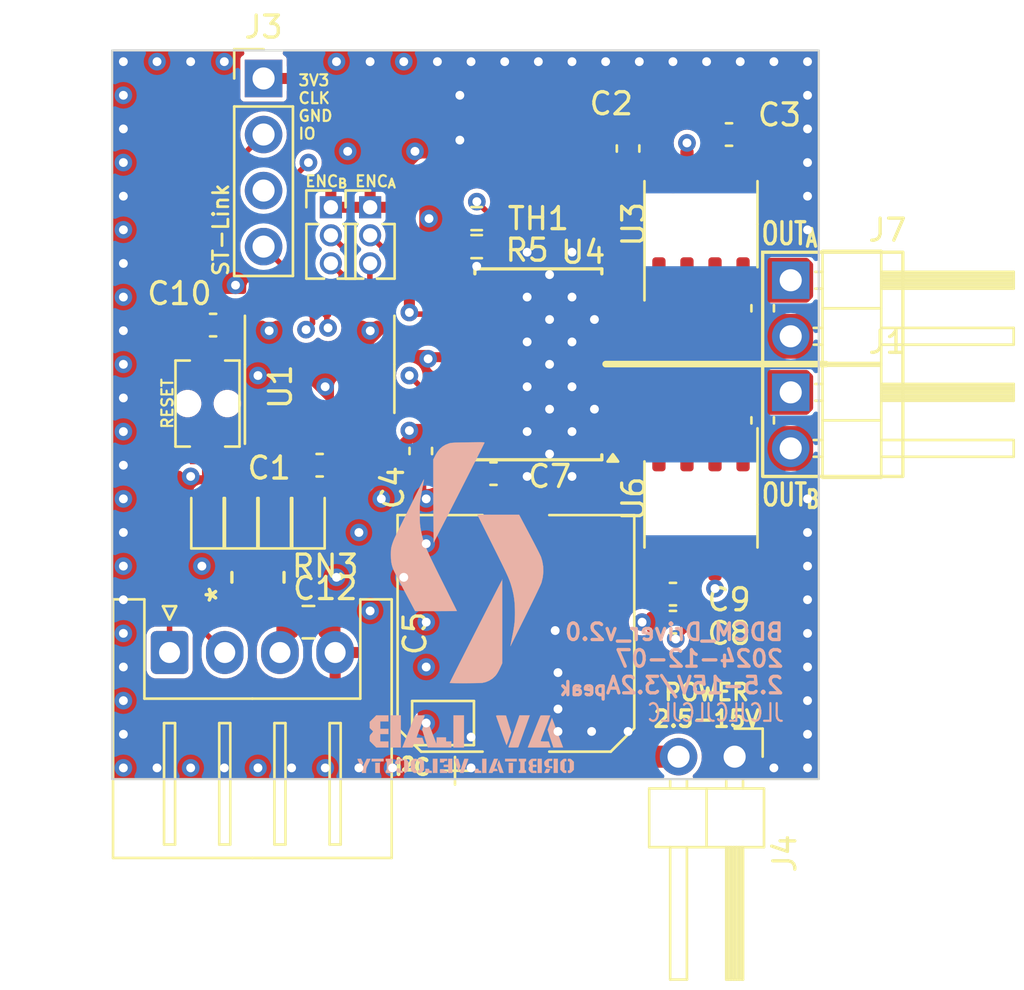
<source format=kicad_pcb>
(kicad_pcb (version 20240108) (generator "pcbnew") (generator_version "8.0")
  (layers (0 "F.Cu" signal) (1 "In1.Cu" signal) (2 "In2.Cu" signal) (31 "B.Cu" signal) (34 "B.Paste" user) (35 "F.Paste" user) (36 "B.SilkS" user "B.Silkscreen") (37 "F.SilkS" user "F.Silkscreen") (38 "B.Mask" user) (39 "F.Mask" user) (44 "Edge.Cuts" user))
  (net 0 "")
  (net 1 "+3V3")
  (net 2 "GND")
  (net 3 "Net-(U3-FILTER)")
  (net 4 "Vdrive")
  (net 5 "GNDPWR")
  (net 6 "ENC_{1A}")
  (net 7 "ENC_{1B}")
  (net 8 "SWDCLK")
  (net 9 "SWDIO")
  (net 10 "I^{2}C_{SCL}")
  (net 11 "I^{2}C_{SDA}")
  (net 12 "Net-(U6-FILTER)")
  (net 13 "Net-(D1-K)")
  (net 14 "LED_{1}")
  (net 15 "Net-(D2-K)")
  (net 16 "LED_{2}")
  (net 17 "Net-(D4-K)")
  (net 18 "Net-(D5-K)")
  (net 19 "ENC_{2A}")
  (net 20 "ENC_{2B}")
  (net 21 "OUT_A_{1}")
  (net 22 "OUT_B_{1}'")
  (net 23 "Current_{1}")
  (net 24 "Current_{2}")
  (net 25 "TEMP")
  (net 26 "PWM_{1B}")
  (net 27 "PWM_{1A}")
  (net 28 "PWM_{2A}")
  (net 29 "OUT_B_{2}")
  (net 30 "PWM_{2B}")
  (net 31 "OUT_A_{2}")
  (net 32 "Net-(U1-PF2)")
  (net 33 "OUT_B_{1}")
  (net 34 "OUT_A_{1}'")
  (footprint "Connector_PinHeader_1.27mm:PinHeader_1x03_P1.27mm_Vertical" (layer "F.Cu") (at 158.75 115.057)
    (property "Reference" "J2" (hide yes))
    (property "Value" "Encoder")
    (pad "1" thru_hole rect (at 0 0) (size 1 1) (drill 0.65) (layers "*.Cu" "*.Mask") (net 2 "GND"))
    (pad "2" thru_hole oval (at 0 1.27) (size 1 1) (drill 0.65) (layers "*.Cu" "*.Mask") (net 6 "ENC_{1A}"))
    (pad "3" thru_hole oval (at 0 2.54) (size 1 1) (drill 0.65) (layers "*.Cu" "*.Mask") (net 7 "ENC_{1B}"))
  )
  (footprint "Capacitor_SMD:C_0603_1608Metric" (layer "F.Cu") (at 176.53 124.714 -90)
    (property "Reference" "C6" (hide yes))
    (property "Value" "0.1u")
    (pad "1" smd roundrect (at -0.775 0 270) (size 0.9 0.95) (layers "F.Cu" "F.Paste" "F.Mask") (net 31 "OUT_A_{2}"))
    (pad "2" smd roundrect (at 0.775 0 270) (size 0.9 0.95) (layers "F.Cu" "F.Paste" "F.Mask") (net 34 "OUT_A_{1}'"))
  )
  (footprint "Resistor_SMD:R_0603_1608Metric" (layer "F.Cu") (at 163.576 116.84)
    (property "Reference" "TH1" (at 2.794 -1.27 0) (layer "F.SilkS"))
    (property "Value" "10k")
    (pad "1" smd roundrect (at -0.825 0) (size 0.8 0.95) (layers "F.Cu" "F.Paste" "F.Mask") (net 1 "+3V3"))
    (pad "2" smd roundrect (at 0.825 0) (size 0.8 0.95) (layers "F.Cu" "F.Paste" "F.Mask") (net 25 "TEMP"))
  )
  (footprint "Resistor_SMD:R_0603_1608Metric" (layer "F.Cu") (at 163.576 115.57 180)
    (property "Reference" "R5" (at -2.286 -1.43 0) (layer "F.SilkS"))
    (property "Value" "10k")
    (pad "1" smd roundrect (at -0.825 0 180) (size 0.8 0.95) (layers "F.Cu" "F.Paste" "F.Mask") (net 25 "TEMP"))
    (pad "2" smd roundrect (at 0.825 0 180) (size 0.8 0.95) (layers "F.Cu" "F.Paste" "F.Mask") (net 2 "GND"))
  )
  (footprint "Package_SO:TSSOP-20_4.4x6.5mm_P0.65mm" (layer "F.Cu") (at 156.464 122.174 90)
    (property "Reference" "U1" (at -1.016 -1.778 90) (layer "F.SilkS"))
    (property "Value" "STM32C011F4Px")
    (pad "1" smd roundrect (at -2.8625 -2.925 90) (size 1.475 0.4) (layers "F.Cu" "F.Paste" "F.Mask") (net 11 "I^{2}C_{SDA}"))
    (pad "2" smd roundrect (at -2.8625 -2.275 90) (size 1.475 0.4) (layers "F.Cu" "F.Paste" "F.Mask") (net 14 "LED_{1}"))
    (pad "3" smd roundrect (at -2.8625 -1.625 90) (size 1.475 0.4) (layers "F.Cu" "F.Paste" "F.Mask") (net 16 "LED_{2}"))
    (pad "4" smd roundrect (at -2.8625 -0.975 90) (size 1.475 0.4) (layers "F.Cu" "F.Paste" "F.Mask") (net 1 "+3V3"))
    (pad "5" smd roundrect (at -2.8625 -0.325 90) (size 1.475 0.4) (layers "F.Cu" "F.Paste" "F.Mask") (net 2 "GND"))
    (pad "6" smd roundrect (at -2.8625 0.325 90) (size 1.475 0.4) (layers "F.Cu" "F.Paste" "F.Mask") (net 32 "Net-(U1-PF2)"))
    (pad "7" smd roundrect (at -2.8625 0.975 90) (size 1.475 0.4) (layers "F.Cu" "F.Paste" "F.Mask") (net 30 "PWM_{2B}"))
    (pad "8" smd roundrect (at -2.8625 1.625 90) (size 1.475 0.4) (layers "F.Cu" "F.Paste" "F.Mask") (net 28 "PWM_{2A}"))
    (pad "9" smd roundrect (at -2.8625 2.275 90) (size 1.475 0.4) (layers "F.Cu" "F.Paste" "F.Mask") (net 27 "PWM_{1A}"))
    (pad "10" smd roundrect (at -2.8625 2.925 90) (size 1.475 0.4) (layers "F.Cu" "F.Paste" "F.Mask") (net 26 "PWM_{1B}"))
    (pad "11" smd roundrect (at 2.8625 2.925 90) (size 1.475 0.4) (layers "F.Cu" "F.Paste" "F.Mask") (net 6 "ENC_{1A}"))
    (pad "12" smd roundrect (at 2.8625 2.275 90) (size 1.475 0.4) (layers "F.Cu" "F.Paste" "F.Mask") (net 7 "ENC_{1B}"))
    (pad "13" smd roundrect (at 2.8625 1.625 90) (size 1.475 0.4) (layers "F.Cu" "F.Paste" "F.Mask") (net 19 "ENC_{2A}"))
    (pad "14" smd roundrect (at 2.8625 0.975 90) (size 1.475 0.4) (layers "F.Cu" "F.Paste" "F.Mask") (net 20 "ENC_{2B}"))
    (pad "15" smd roundrect (at 2.8625 0.325 90) (size 1.475 0.4) (layers "F.Cu" "F.Paste" "F.Mask") (net 25 "TEMP"))
    (pad "16" smd roundrect (at 2.8625 -0.325 90) (size 1.475 0.4) (layers "F.Cu" "F.Paste" "F.Mask") (net 23 "Current_{1}"))
    (pad "17" smd roundrect (at 2.8625 -0.975 90) (size 1.475 0.4) (layers "F.Cu" "F.Paste" "F.Mask") (net 24 "Current_{2}"))
    (pad "18" smd roundrect (at 2.8625 -1.625 90) (size 1.475 0.4) (layers "F.Cu" "F.Paste" "F.Mask") (net 9 "SWDIO"))
    (pad "19" smd roundrect (at 2.8625 -2.275 90) (size 1.475 0.4) (layers "F.Cu" "F.Paste" "F.Mask") (net 8 "SWDCLK"))
    (pad "20" smd roundrect (at 2.8625 -2.925 90) (size 1.475 0.4) (layers "F.Cu" "F.Paste" "F.Mask") (net 10 "I^{2}C_{SCL}"))
  )
  (footprint "LED_SMD:LED_0603_1608Metric" (layer "F.Cu") (at 151.384 129.032 90)
    (property "Reference" "D5" (hide yes))
    (property "Value" "LED")
    (pad "1" smd roundrect (at -0.7875 0 90) (size 0.875 0.95) (layers "F.Cu" "F.Paste" "F.Mask") (net 18 "Net-(D5-K)"))
    (pad "2" smd roundrect (at 0.7875 0 90) (size 0.875 0.95) (layers "F.Cu" "F.Paste" "F.Mask") (net 11 "I^{2}C_{SDA}"))
  )
  (footprint "Package_SO:SSOP-24_5.3x8.2mm_P0.65mm" (layer "F.Cu") (at 166.37 122.174 180)
    (property "Reference" "U4" (at -2.032 5.08 0) (layer "F.SilkS"))
    (property "Value" "TB6612FNG")
    (pad "1" smd rect (at -3.6 -3.575 180) (size 1.75 0.45) (layers "F.Cu" "F.Paste" "F.Mask") (net 21 "OUT_A_{1}"))
    (pad "2" smd rect (at -3.6 -2.925 180) (size 1.75 0.45) (layers "F.Cu" "F.Paste" "F.Mask") (net 21 "OUT_A_{1}"))
    (pad "3" smd rect (at -3.6 -2.275 180) (size 1.75 0.45) (layers "F.Cu" "F.Paste" "F.Mask") (net 5 "GNDPWR"))
    (pad "4" smd rect (at -3.6 -1.625 180) (size 1.75 0.45) (layers "F.Cu" "F.Paste" "F.Mask") (net 5 "GNDPWR"))
    (pad "5" smd rect (at -3.6 -0.975 180) (size 1.75 0.45) (layers "F.Cu" "F.Paste" "F.Mask") (net 31 "OUT_A_{2}"))
    (pad "6" smd rect (at -3.6 -0.325 180) (size 1.75 0.45) (layers "F.Cu" "F.Paste" "F.Mask") (net 31 "OUT_A_{2}"))
    (pad "7" smd rect (at -3.6 0.325 180) (size 1.75 0.45) (layers "F.Cu" "F.Paste" "F.Mask") (net 29 "OUT_B_{2}"))
    (pad "8" smd rect (at -3.6 0.975 180) (size 1.75 0.45) (layers "F.Cu" "F.Paste" "F.Mask") (net 29 "OUT_B_{2}"))
    (pad "9" smd rect (at -3.6 1.625 180) (size 1.75 0.45) (layers "F.Cu" "F.Paste" "F.Mask") (net 5 "GNDPWR"))
    (pad "10" smd rect (at -3.6 2.275 180) (size 1.75 0.45) (layers "F.Cu" "F.Paste" "F.Mask") (net 5 "GNDPWR"))
    (pad "11" smd rect (at -3.6 2.925 180) (size 1.75 0.45) (layers "F.Cu" "F.Paste" "F.Mask") (net 33 "OUT_B_{1}"))
    (pad "12" smd rect (at -3.6 3.575 180) (size 1.75 0.45) (layers "F.Cu" "F.Paste" "F.Mask") (net 33 "OUT_B_{1}"))
    (pad "13" smd rect (at 3.6 3.575 180) (size 1.75 0.45) (layers "F.Cu" "F.Paste" "F.Mask") (net 4 "Vdrive"))
    (pad "14" smd rect (at 3.6 2.925 180) (size 1.75 0.45) (layers "F.Cu" "F.Paste" "F.Mask") (net 4 "Vdrive"))
    (pad "15" smd rect (at 3.6 2.275 180) (size 1.75 0.45) (layers "F.Cu" "F.Paste" "F.Mask") (net 1 "+3V3"))
    (pad "16" smd rect (at 3.6 1.625 180) (size 1.75 0.45) (layers "F.Cu" "F.Paste" "F.Mask") (net 30 "PWM_{2B}"))
    (pad "17" smd rect (at 3.6 0.975 180) (size 1.75 0.45) (layers "F.Cu" "F.Paste" "F.Mask") (net 28 "PWM_{2A}"))
    (pad "18" smd rect (at 3.6 0.325 180) (size 1.75 0.45) (layers "F.Cu" "F.Paste" "F.Mask") (net 2 "GND"))
    (pad "19" smd rect (at 3.6 -0.325 180) (size 1.75 0.45) (layers "F.Cu" "F.Paste" "F.Mask") (net 1 "+3V3"))
    (pad "20" smd rect (at 3.6 -0.975 180) (size 1.75 0.45) (layers "F.Cu" "F.Paste" "F.Mask") (net 1 "+3V3"))
    (pad "21" smd rect (at 3.6 -1.625 180) (size 1.75 0.45) (layers "F.Cu" "F.Paste" "F.Mask") (net 27 "PWM_{1A}"))
    (pad "22" smd rect (at 3.6 -2.275 180) (size 1.75 0.45) (layers "F.Cu" "F.Paste" "F.Mask") (net 26 "PWM_{1B}"))
    (pad "23" smd rect (at 3.6 -2.925 180) (size 1.75 0.45) (layers "F.Cu" "F.Paste" "F.Mask") (net 1 "+3V3"))
    (pad "24" smd rect (at 3.6 -3.575 180) (size 1.75 0.45) (layers "F.Cu" "F.Paste" "F.Mask") (net 4 "Vdrive"))
  )
  (footprint "Connector_PinHeader_2.54mm:PinHeader_1x02_P2.54mm_Horizontal" (layer "F.Cu") (at 175.26 139.954 -90)
    (property "Reference" "J4" (at 4.385 -2.27 90) (layer "F.SilkS"))
    (property "Value" "Power")
    (pad "1" thru_hole rect (at 0 0 270) (size 1.7 1.7) (drill 1) (layers "*.Cu" "*.Mask") (net 5 "GNDPWR"))
    (pad "2" thru_hole oval (at 0 2.54 270) (size 1.7 1.7) (drill 1) (layers "*.Cu" "*.Mask") (net 4 "Vdrive"))
  )
  (footprint "LED_SMD:LED_0603_1608Metric" (layer "F.Cu") (at 155.956 129.032 90)
    (property "Reference" "D2" (hide yes))
    (property "Value" "LED")
    (pad "1" smd roundrect (at -0.7875 0 90) (size 0.875 0.95) (layers "F.Cu" "F.Paste" "F.Mask") (net 15 "Net-(D2-K)"))
    (pad "2" smd roundrect (at 0.7875 0 90) (size 0.875 0.95) (layers "F.Cu" "F.Paste" "F.Mask") (net 1 "+3V3"))
  )
  (footprint "Capacitor_SMD:C_0805_2012Metric" (layer "F.Cu") (at 155.956 133.858)
    (property "Reference" "C12" (at 0.762 -1.524 0) (layer "F.SilkS"))
    (property "Value" "1u")
    (pad "1" smd roundrect (at -0.95 0) (size 1 1.45) (layers "F.Cu" "F.Paste" "F.Mask") (net 1 "+3V3"))
    (pad "2" smd roundrect (at 0.95 0) (size 1 1.45) (layers "F.Cu" "F.Paste" "F.Mask") (net 2 "GND"))
  )
  (footprint "Package_SO:SOIC-8_3.9x4.9mm_P1.27mm" (layer "F.Cu") (at 173.736 128.524 -90)
    (property "Reference" "U6" (at -0.254 3.048 90) (layer "F.SilkS"))
    (property "Value" "ACS712xLCTR-05B")
    (pad "1" smd roundrect (at -2.475 -1.905 270) (size 1.95 0.6) (layers "F.Cu" "F.Paste" "F.Mask") (net 34 "OUT_A_{1}'"))
    (pad "2" smd roundrect (at -2.475 -0.635 270) (size 1.95 0.6) (layers "F.Cu" "F.Paste" "F.Mask") (net 34 "OUT_A_{1}'"))
    (pad "3" smd roundrect (at -2.475 0.635 270) (size 1.95 0.6) (layers "F.Cu" "F.Paste" "F.Mask") (net 21 "OUT_A_{1}"))
    (pad "4" smd roundrect (at -2.475 1.905 270) (size 1.95 0.6) (layers "F.Cu" "F.Paste" "F.Mask") (net 21 "OUT_A_{1}"))
    (pad "5" smd roundrect (at 2.475 1.905 270) (size 1.95 0.6) (layers "F.Cu" "F.Paste" "F.Mask") (net 2 "GND"))
    (pad "6" smd roundrect (at 2.475 0.635 270) (size 1.95 0.6) (layers "F.Cu" "F.Paste" "F.Mask") (net 12 "Net-(U6-FILTER)"))
    (pad "7" smd roundrect (at 2.475 -0.635 270) (size 1.95 0.6) (layers "F.Cu" "F.Paste" "F.Mask") (net 23 "Current_{1}"))
    (pad "8" smd roundrect (at 2.475 -1.905 270) (size 1.95 0.6) (layers "F.Cu" "F.Paste" "F.Mask") (net 1 "+3V3"))
  )
  (footprint "LED_SMD:LED_0603_1608Metric" (layer "F.Cu") (at 154.432 129.032 90)
    (property "Reference" "D1" (hide yes))
    (property "Value" "LED")
    (pad "1" smd roundrect (at -0.7875 0 90) (size 0.875 0.95) (layers "F.Cu" "F.Paste" "F.Mask") (net 13 "Net-(D1-K)"))
    (pad "2" smd roundrect (at 0.7875 0 90) (size 0.875 0.95) (layers "F.Cu" "F.Paste" "F.Mask") (net 16 "LED_{2}"))
  )
  (footprint "Package_SO:SOIC-8_3.9x4.9mm_P1.27mm" (layer "F.Cu") (at 173.736 115.824 90)
    (property "Reference" "U3" (at 0 -3.048 90) (layer "F.SilkS"))
    (property "Value" "ACS712xLCTR-05B")
    (pad "1" smd roundrect (at -2.475 -1.905 90) (size 1.95 0.6) (layers "F.Cu" "F.Paste" "F.Mask") (net 33 "OUT_B_{1}"))
    (pad "2" smd roundrect (at -2.475 -0.635 90) (size 1.95 0.6) (layers "F.Cu" "F.Paste" "F.Mask") (net 33 "OUT_B_{1}"))
    (pad "3" smd roundrect (at -2.475 0.635 90) (size 1.95 0.6) (layers "F.Cu" "F.Paste" "F.Mask") (net 22 "OUT_B_{1}'"))
    (pad "4" smd roundrect (at -2.475 1.905 90) (size 1.95 0.6) (layers "F.Cu" "F.Paste" "F.Mask") (net 22 "OUT_B_{1}'"))
    (pad "5" smd roundrect (at 2.475 1.905 90) (size 1.95 0.6) (layers "F.Cu" "F.Paste" "F.Mask") (net 2 "GND"))
    (pad "6" smd roundrect (at 2.475 0.635 90) (size 1.95 0.6) (layers "F.Cu" "F.Paste" "F.Mask") (net 3 "Net-(U3-FILTER)"))
    (pad "7" smd roundrect (at 2.475 -0.635 90) (size 1.95 0.6) (layers "F.Cu" "F.Paste" "F.Mask") (net 24 "Current_{2}"))
    (pad "8" smd roundrect (at 2.475 -1.905 90) (size 1.95 0.6) (layers "F.Cu" "F.Paste" "F.Mask") (net 1 "+3V3"))
  )
  (footprint "Capacitor_SMD:CP_Elec_10x10.5" (layer "F.Cu") (at 165.354 134.366 90)
    (property "Reference" "C5" (at 0 -4.572 90) (layer "F.SilkS"))
    (property "Value" "47uF35V")
    (pad "1" smd roundrect (at -4.2 0 90) (size 4.4 2.5) (layers "F.Cu" "F.Paste" "F.Mask") (roundrect_rratio 0.1) (net 4 "Vdrive"))
    (pad "2" smd roundrect (at 4.2 0 90) (size 4.4 2.5) (layers "F.Cu" "F.Paste" "F.Mask") (roundrect_rratio 0.1) (net 5 "GNDPWR"))
  )
  (footprint "Capacitor_SMD:C_0603_1608Metric" (layer "F.Cu") (at 170.434 112.395 90)
    (property "Reference" "C2" (at 2.032 -0.762 0) (layer "F.SilkS"))
    (property "Value" "0.1u")
    (pad "1" smd roundrect (at -0.775 0 90) (size 0.9 0.95) (layers "F.Cu" "F.Paste" "F.Mask") (net 1 "+3V3"))
    (pad "2" smd roundrect (at 0.775 0 90) (size 0.9 0.95) (layers "F.Cu" "F.Paste" "F.Mask") (net 2 "GND"))
  )
  (footprint "Connector_PinHeader_2.54mm:PinHeader_1x02_P2.54mm_Horizontal" (layer "F.Cu") (at 177.8 123.444)
    (property "Reference" "J1" (at 4.385 -2.27 0) (layer "F.SilkS"))
    (property "Value" "OUT_{A}")
    (pad "1" thru_hole rect (at 0 0) (size 1.7 1.7) (drill 1) (layers "*.Cu" "*.Mask") (net 31 "OUT_A_{2}"))
    (pad "2" thru_hole oval (at 0 2.54) (size 1.7 1.7) (drill 1) (layers "*.Cu" "*.Mask") (net 34 "OUT_A_{1}'"))
  )
  (footprint "Connector_PinHeader_2.54mm:PinHeader_1x02_P2.54mm_Horizontal" (layer "F.Cu") (at 177.8 118.364)
    (property "Reference" "J7" (at 4.385 -2.27 0) (layer "F.SilkS"))
    (property "Value" "OUT_{B}")
    (pad "1" thru_hole rect (at 0 0) (size 1.7 1.7) (drill 1) (layers "*.Cu" "*.Mask") (net 22 "OUT_B_{1}'"))
    (pad "2" thru_hole oval (at 0 2.54) (size 1.7 1.7) (drill 1) (layers "*.Cu" "*.Mask") (net 29 "OUT_B_{2}"))
  )
  (footprint ".MyFootprint:TVAF06-A020B-R" (layer "F.Cu") (at 151.384 123.952 -90)
    (property "Reference" "SW1" (hide yes))
    (property "Value" "RST")
    (pad "" np_thru_hole circle (at 0 -0.9 180) (size 0.75 0.75) (drill 0.75) (layers "*.Cu" "*.Mask"))
    (pad "" np_thru_hole circle (at 0 0.9) (size 0.75 0.75) (drill 0.75) (layers "*.Cu" "*.Mask"))
    (pad "1" smd rect (at -1.7 0 180) (size 1.6 1.05) (drill (offset 0 0.525)) (layers "F.Cu" "F.Paste" "F.Mask") (net 32 "Net-(U1-PF2)"))
    (pad "2" smd rect (at 1.7 0) (size 1.6 1.05) (drill (offset 0 0.525)) (layers "F.Cu" "F.Paste" "F.Mask") (net 2 "GND"))
  )
  (footprint "Capacitor_SMD:C_0603_1608Metric" (layer "F.Cu") (at 151.638 120.396)
    (property "Reference" "C10" (at -1.524 -1.43 0) (layer "F.SilkS"))
    (property "Value" "0.1u")
    (pad "1" smd roundrect (at -0.775 0) (size 0.9 0.95) (layers "F.Cu" "F.Paste" "F.Mask") (net 32 "Net-(U1-PF2)"))
    (pad "2" smd roundrect (at 0.775 0) (size 0.9 0.95) (layers "F.Cu" "F.Paste" "F.Mask") (net 2 "GND"))
  )
  (footprint "Capacitor_SMD:C_0603_1608Metric" (layer "F.Cu") (at 175.006 111.76)
    (property "Reference" "C3" (at 2.286 -0.889 0) (layer "F.SilkS"))
    (property "Value" "0.1u")
    (pad "1" smd roundrect (at -0.775 0) (size 0.9 0.95) (layers "F.Cu" "F.Paste" "F.Mask") (net 3 "Net-(U3-FILTER)"))
    (pad "2" smd roundrect (at 0.775 0) (size 0.9 0.95) (layers "F.Cu" "F.Paste" "F.Mask") (net 2 "GND"))
  )
  (footprint "LED_SMD:LED_0603_1608Metric" (layer "F.Cu") (at 152.908 129.032 90)
    (property "Reference" "D4" (hide yes))
    (property "Value" "LED")
    (pad "1" smd roundrect (at -0.7875 0 90) (size 0.875 0.95) (layers "F.Cu" "F.Paste" "F.Mask") (net 17 "Net-(D4-K)"))
    (pad "2" smd roundrect (at 0.7875 0 90) (size 0.875 0.95) (layers "F.Cu" "F.Paste" "F.Mask") (net 14 "LED_{1}"))
  )
  (footprint "Capacitor_SMD:C_0603_1608Metric" (layer "F.Cu") (at 161.044605 126.101598 -90)
    (property "Reference" "C4" (at 1.660402 1.278605 90) (layer "F.SilkS"))
    (property "Value" "0.1u")
    (pad "1" smd roundrect (at -0.775 0 270) (size 0.9 0.95) (layers "F.Cu" "F.Paste" "F.Mask") (net 1 "+3V3"))
    (pad "2" smd roundrect (at 0.775 0 270) (size 0.9 0.95) (layers "F.Cu" "F.Paste" "F.Mask") (net 2 "GND"))
  )
  (footprint "Capacitor_SMD:C_0603_1608Metric" (layer "F.Cu") (at 164.338 127.127)
    (property "Reference" "C7" (at 2.54 0.127 0) (layer "F.SilkS"))
    (property "Value" "0.1u")
    (pad "1" smd roundrect (at -0.775 0) (size 0.9 0.95) (layers "F.Cu" "F.Paste" "F.Mask") (net 4 "Vdrive"))
    (pad "2" smd roundrect (at 0.775 0) (size 0.9 0.95) (layers "F.Cu" "F.Paste" "F.Mask") (net 5 "GNDPWR"))
  )
  (footprint "Connector_JST:JST_XH_S4B-XH-A_1x04_P2.50mm_Horizontal" (layer "F.Cu") (at 149.666 135.234)
    (property "Reference" "J5" (hide yes))
    (property "Value" "I^{2}C")
    (pad "1" thru_hole roundrect (at 0 0) (size 1.7 1.95) (drill 0.95) (layers "*.Cu" "*.Mask") (roundrect_rratio 0.1470588235) (net 10 "I^{2}C_{SCL}"))
    (pad "2" thru_hole oval (at 2.5 0) (size 1.7 1.95) (drill 0.95) (layers "*.Cu" "*.Mask") (net 11 "I^{2}C_{SDA}"))
    (pad "3" thru_hole oval (at 5 0) (size 1.7 1.95) (drill 0.95) (layers "*.Cu" "*.Mask") (net 1 "+3V3"))
    (pad "4" thru_hole oval (at 7.5 0) (size 1.7 1.95) (drill 0.95) (layers "*.Cu" "*.Mask") (net 2 "GND"))
  )
  (footprint "Capacitor_SMD:C_0603_1608Metric" (layer "F.Cu") (at 156.464 126.746)
    (property "Reference" "C1" (at -2.286 0.127 180) (layer "F.SilkS"))
    (property "Value" "0.1u")
    (pad "1" smd roundrect (at -0.775 0) (size 0.9 0.95) (layers "F.Cu" "F.Paste" "F.Mask") (net 1 "+3V3"))
    (pad "2" smd roundrect (at 0.775 0) (size 0.9 0.95) (layers "F.Cu" "F.Paste" "F.Mask") (net 2 "GND"))
  )
  (footprint "Capacitor_SMD:C_0603_1608Metric" (layer "F.Cu") (at 172.466 133.858 180)
    (property "Reference" "C8" (at -2.54 -0.508 0) (layer "F.SilkS"))
    (property "Value" "0.1u")
    (pad "1" smd roundrect (at -0.775 0 180) (size 0.9 0.95) (layers "F.Cu" "F.Paste" "F.Mask") (net 1 "+3V3"))
    (pad "2" smd roundrect (at 0.775 0 180) (size 0.9 0.95) (layers "F.Cu" "F.Paste" "F.Mask") (net 2 "GND"))
  )
  (footprint ".MyFootprint:MNR04_ROM" (layer "F.Cu") (at 153.67 131.826 90)
    (property "Reference" "RN3" (at 0.508 3.048 0) (layer "F.SilkS"))
    (property "Value" "10k")
    (fp_text user "*" (at -0.7874 -1.8034 90) (layer "F.SilkS"))
    (fp_text user "*" (at -0.7874 -1.8034 90) (layer "F.SilkS"))
    (pad "1" smd rect (at -0.7112 -0.762 90) (size 0.5842 0.3048) (layers "F.Cu" "F.Paste" "F.Mask") (net 2 "GND"))
    (pad "2" smd rect (at 0.7112 -0.762 90) (size 0.5842 0.3048) (layers "F.Cu" "F.Paste" "F.Mask") (net 18 "Net-(D5-K)"))
    (pad "3" smd rect (at -0.7112 -0.254 90) (size 0.5842 0.3048) (layers "F.Cu" "F.Paste" "F.Mask") (net 2 "GND"))
    (pad "4" smd rect (at 0.7112 -0.254 90) (size 0.5842 0.3048) (layers "F.Cu" "F.Paste" "F.Mask") (net 17 "Net-(D4-K)"))
    (pad "5" smd rect (at -0.7112 0.254 90) (size 0.5842 0.3048) (layers "F.Cu" "F.Paste" "F.Mask") (net 2 "GND"))
    (pad "6" smd rect (at 0.7112 0.254 90) (size 0.5842 0.3048) (layers "F.Cu" "F.Paste" "F.Mask") (net 13 "Net-(D1-K)"))
    (pad "7" smd rect (at -0.7112 0.762 90) (size 0.5842 0.3048) (layers "F.Cu" "F.Paste" "F.Mask") (net 2 "GND"))
    (pad "8" smd rect (at 0.7112 0.762 90) (size 0.5842 0.3048) (layers "F.Cu" "F.Paste" "F.Mask") (net 15 "Net-(D2-K)"))
  )
  (footprint "Connector_PinHeader_1.27mm:PinHeader_1x03_P1.27mm_Vertical" (layer "F.Cu") (at 156.972 115.057)
    (property "Reference" "J6" (hide yes))
    (property "Value" "Encoder")
    (pad "1" thru_hole rect (at 0 0) (size 1 1) (drill 0.65) (layers "*.Cu" "*.Mask") (net 2 "GND"))
    (pad "2" thru_hole oval (at 0 1.27) (size 1 1) (drill 0.65) (layers "*.Cu" "*.Mask") (net 19 "ENC_{2A}"))
    (pad "3" thru_hole oval (at 0 2.54) (size 1 1) (drill 0.65) (layers "*.Cu" "*.Mask") (net 20 "ENC_{2B}"))
  )
  (footprint "Capacitor_SMD:C_0603_1608Metric" (layer "F.Cu") (at 176.53 119.634 -90)
    (property "Reference" "C11" (hide yes))
    (property "Value" "0.1u")
    (pad "1" smd roundrect (at -0.775 0 270) (size 0.9 0.95) (layers "F.Cu" "F.Paste" "F.Mask") (net 22 "OUT_B_{1}'"))
    (pad "2" smd roundrect (at 0.775 0 270) (size 0.9 0.95) (layers "F.Cu" "F.Paste" "F.Mask") (net 29 "OUT_B_{2}"))
  )
  (footprint "Connector_PinHeader_2.54mm:PinHeader_1x04_P2.54mm_Vertical" (layer "F.Cu") (at 153.924 109.22)
    (property "Reference" "J3" (at 0 -2.33 0) (layer "F.SilkS"))
    (property "Value" "ST-Link")
    (pad "1" thru_hole rect (at 0 0) (size 1.7 1.7) (drill 1) (layers "*.Cu" "*.Mask") (net 1 "+3V3"))
    (pad "2" thru_hole oval (at 0 2.54) (size 1.7 1.7) (drill 1) (layers "*.Cu" "*.Mask") (net 8 "SWDCLK"))
    (pad "3" thru_hole oval (at 0 5.08) (size 1.7 1.7) (drill 1) (layers "*.Cu" "*.Mask") (net 2 "GND"))
    (pad "4" thru_hole oval (at 0 7.62) (size 1.7 1.7) (drill 1) (layers "*.Cu" "*.Mask") (net 9 "SWDIO"))
  )
  (footprint "Jumper:SolderJumper-2_P1.3mm_Bridged_Pad1.0x1.5mm" (layer "F.Cu") (at 162.052 138.43)
    (property "Reference" "JP3" (hide yes))
    (property "Value" "GND" (hide yes))
    (fp_poly (pts (xy -0.25 -0.3) (xy 0.25 -0.3) (xy 0.25 0.3) (xy -0.25 0.3)) (fill solid) (layer "F.Cu"))
    (pad "1" smd rect (at -0.65 0) (size 1 1.5) (layers "F.Cu") (net 2 "GND"))
    (pad "2" smd rect (at 0.65 0) (size 1 1.5) (layers "F.Cu") (net 5 "GNDPWR"))
  )
  (footprint "Capacitor_SMD:C_0603_1608Metric" (layer "F.Cu") (at 172.466 132.588 180)
    (property "Reference" "C9" (at -2.54 -0.254 0) (layer "F.SilkS"))
    (property "Value" "0.1u")
    (pad "1" smd roundrect (at -0.775 0 180) (size 0.9 0.95) (layers "F.Cu" "F.Paste" "F.Mask") (net 12 "Net-(U6-FILTER)"))
    (pad "2" smd roundrect (at 0.775 0 180) (size 0.9 0.95) (layers "F.Cu" "F.Paste" "F.Mask") (net 2 "GND"))
  )
  (footprint ".MyFootprint:dVLab_logo" (layer "B.Cu") (at 163.068 133.223 180)
    (property "Reference" "G***" (hide yes))
    (property "Value" "LOGO" (hide yes))
  )
  (gr_line (start 169.418 122.163006) (end 179.391695 122.163006) (stroke (width 0.3)) (layer "F.SilkS"))
  (gr_rect (start 176.53 117.094) (end 182.88 127.254) (stroke (width 0.15)) (fill none) (layer "F.SilkS"))
  (gr_rect (start 147.066 107.95) (end 179.07 140.97) (stroke (width 0.1)) (fill none) (layer "Edge.Cuts"))
  (gr_text "BDCM_Driver_v2.0\n2024-12-07\n2.5-15V/3.2A_{peak}" (at 177.546 137.16 0) (layer "B.SilkS") (effects (font (size 0.75 0.75) (thickness 0.15) (bold yes)) (justify left bottom mirror)))
  (gr_text "JLCJLCJLCJLC" (at 177.546 138.43 0) (layer "B.SilkS") (effects (font (size 0.8 0.6) (thickness 0.1) (bold yes)) (justify left bottom mirror)))
  (gr_text "POWER\n2.5-15V" (at 173.99 138.684 0) (layer "F.SilkS") (effects (font (size 0.75 0.75) (thickness 0.15) (bold yes)) (justify bottom)))
  (gr_text "3V3\nCLK\nGND\nIO" (at 155.448 112.014 0) (layer "F.SilkS") (effects (font (size 0.5 0.5) (thickness 0.1) (bold yes)) (justify left bottom)))
  (gr_text "ST-Link" (at 152.4 116.078 90) (layer "F.SilkS") (effects (font (size 0.7 0.7) (thickness 0.125) (bold yes)) (justify bottom)))
  (gr_text "ENC_{B} ENC_{A}" (at 157.861 114.173 0) (layer "F.SilkS") (effects (font (size 0.5 0.5) (thickness 0.1) (bold yes)) (justify bottom)))
  (gr_text "I^{2}C" (at 160.655 140.843 0) (layer "F.SilkS") (effects (font (size 0.7 0.7) (thickness 0.175) (bold yes)) (justify bottom)))
  (gr_text "OUT_{A}" (at 177.743 116.84 0) (layer "F.SilkS") (effects (font (size 1 0.7)) (justify bottom)))
  (gr_text "RESET" (at 149.86 123.952 90) (layer "F.SilkS") (effects (font (size 0.5 0.5) (thickness 0.1) (bold yes)) (justify bottom)))
  (gr_text "OUT_{B}" (at 177.8 127.508 0) (layer "F.SilkS") (effects (font (size 1 0.7)) (justify top)))
  (segment (start 160.528 113.792) (end 161.15 113.17) (width 0.25) (layer "F.Cu") (net 1))
  (segment (start 160.603 125.099) (end 160.528 125.174) (width 0.25) (layer "F.Cu") (net 1))
  (segment (start 160.995 123.149) (end 160.528 122.682) (width 0.25) (layer "F.Cu") (net 1))
  (segment (start 156.881 129.1695) (end 156.881 130.647) (width 0.5) (layer "F.Cu") (net 1))
  (segment (start 155.730585 128.019085) (end 155.730585 126.787585) (width 0.5) (layer "F.Cu") (net 1))
  (segment (start 155.956 109.22) (end 153.924 109.22) (width 0.5) (layer "F.Cu") (net 1))
  (segment (start 159.766 113.03) (end 160.528 113.792) (width 0.5) (layer "F.Cu") (net 1))
  (segment (start 160.528 116.84) (end 160.528 119.824) (width 0.5) (layer "F.Cu") (net 1))
  (segment (start 155.489 125.0365) (end 155.489 126.546) (width 0.25) (layer "F.Cu") (net 1))
  (segment (start 155.489 126.546) (end 155.689 126.746) (width 0.25) (layer "F.Cu") (net 1))
  (segment (start 162.77 123.149) (end 160.995 123.149) (width 0.25) (layer "F.Cu") (net 1))
  (segment (start 155.730585 126.787585) (end 155.689 126.746) (width 0.5) (layer "F.Cu") (net 1))
  (segment (start 155.0344 132.4936) (end 155.0344 133.8296) (width 0.5) (layer "F.Cu") (net 1))
  (segment (start 162.77 119.899) (end 160.603 119.899) (width 0.25) (layer "F.Cu") (net 1))
  (segment (start 160.528 125.174) (end 160.528 125.5225) (width 0.5) (layer "F.Cu") (net 1))
  (segment (start 155.0344 133.8296) (end 155.006 133.858) (width 0.5) (layer "F.Cu") (net 1))
  (segment (start 162.77 123.149) (end 162.77 122.499) (width 0.25) (layer "F.Cu") (net 1))
  (segment (start 175.641 130.999) (end 175.641 132.715) (width 0.25) (layer "F.Cu") (net 1))
  (segment (start 159.766 113.03) (end 155.956 109.22) (width 0.5) (layer "F.Cu") (net 1))
  (segment (start 175.641 132.715) (end 174.498 133.858) (width 0.25) (layer "F.Cu") (net 1))
  (segment (start 155.956 128.2445) (end 155.730585 128.019085) (width 0.5) (layer "F.Cu") (net 1))
  (segment (start 161.15 113.17) (end 170.434 113.17) (width 0.25) (layer "F.Cu") (net 1))
  (segment (start 162.751 116.84) (end 160.528 116.84) (width 0.25) (layer "F.Cu") (net 1))
  (segment (start 160.528 113.792) (end 160.528 116.84) (width 0.5) (layer "F.Cu") (net 1))
  (segment (start 162.77 125.099) (end 160.603 125.099) (width 0.25) (layer "F.Cu") (net 1))
  (segment (start 155.956 128.2445) (end 156.881 129.1695) (width 0.5) (layer "F.Cu") (net 1))
  (segment (start 170.434 113.17) (end 171.652 113.17) (width 0.25) (layer "F.Cu") (net 1))
  (segment (start 173.241 133.858) (end 173.241 133.972) (width 0.25) (layer "F.Cu") (net 1))
  (segment (start 156.881 130.647) (end 155.0344 132.4936) (width 0.5) (layer "F.Cu") (net 1))
  (segment (start 171.652 113.17) (end 171.831 113.349) (width 0.25) (layer "F.Cu") (net 1))
  (segment (start 160.603 119.899) (end 160.528 119.824) (width 0.25) (layer "F.Cu") (net 1))
  (segment (start 155.006 133.858) (end 155.006 134.894) (width 0.5) (layer "F.Cu") (net 1))
  (segment (start 173.241 133.972) (end 172.593 134.62) (width 0.25) (layer "F.Cu") (net 1))
  (segment (start 174.498 133.858) (end 173.241 133.858) (width 0.25) (layer "F.Cu") (net 1))
  (segment (start 160.528 125.5225) (end 156.881 129.1695) (width 0.5) (layer "F.Cu") (net 1))
  (segment (start 155.006 134.894) (end 154.666 135.234) (width 0.5) (layer "F.Cu") (net 1))
  (via (at 160.528 125.174) (size 0.8) (drill 0.4) (layers "F.Cu" "B.Cu") (net 1))
  (via (at 172.593 134.62) (size 0.8) (drill 0.4) (layers "F.Cu" "B.Cu") (net 1))
  (via (at 160.528 122.682) (size 0.8) (drill 0.4) (layers "F.Cu" "B.Cu") (net 1))
  (via (at 160.528 119.824) (size 0.8) (drill 0.4) (layers "F.Cu" "B.Cu") (net 1))
  (segment (start 171.831 133.718) (end 171.691 133.858) (width 0.25) (layer "F.Cu") (net 2))
  (segment (start 156.139 125.0365) (end 156.139 124.285397) (width 0.25) (layer "F.Cu") (net 2))
  (segment (start 156.139 124.285397) (end 155.563301 123.709698) (width 0.25) (layer "F.Cu") (net 2))
  (segment (start 170.103 111.289) (end 161.507 111.289) (width 0.25) (layer "F.Cu") (net 2))
  (segment (start 171.831 130.999) (end 171.831 133.718) (width 0.25) (layer "F.Cu") (net 2))
  (segment (start 175.781 111.76) (end 174.981 110.96) (width 0.25) (layer "F.Cu") (net 2))
  (segment (start 170.434 111.62) (end 170.103 111.289) (width 0.25) (layer "F.Cu") (net 2))
  (segment (start 156.139 125.773999) (end 157.111001 126.746) (width 0.25) (layer "F.Cu") (net 2))
  (segment (start 171.094 110.96) (end 170.434 111.62) (width 0.25) (layer "F.Cu") (net 2))
  (segment (start 162.77 121.849) (end 161.453 121.849) (width 0.25) (layer "F.Cu") (net 2))
  (segment (start 171.691 133.858) (end 171.069 133.858) (width 0.25) (layer "F.Cu") (net 2))
  (segment (start 157.111001 126.746) (end 157.239 126.746) (width 0.25) (layer "F.Cu") (net 2))
  (segment (start 175.641 111.9) (end 175.781 111.76) (width 0.25) (layer "F.Cu") (net 2))
  (segment (start 162.751 115.57) (end 161.417 115.57) (width 0.25) (layer "F.Cu") (net 2))
  (segment (start 174.981 110.96) (end 171.094 110.96) (width 0.25) (layer "F.Cu") (net 2))
  (segment (start 175.641 113.349) (end 175.641 111.9) (width 0.25) (layer "F.Cu") (net 2))
  (segment (start 161.453 121.849) (end 161.378 121.924) (width 0.25) (layer "F.Cu") (net 2))
  (segment (start 156.139 125.0365) (end 156.139 125.773999) (width 0.25) (layer "F.Cu") (net 2))
  (via (at 160.274 131.826) (size 0.8) (drill 0.4) (layers "F.Cu" "B.Cu") (net 2))
  (via (at 161.29 133.858) (size 0.8) (drill 0.4) (layers "F.Cu" "B.Cu") (net 2))
  (via (at 147.574 134.366) (size 0.8) (drill 0.4) (layers "F.Cu" "B.Cu") (net 2))
  (via (at 147.574 125.222) (size 0.8) (drill 0.4) (layers "F.Cu" "B.Cu") (net 2))
  (via (at 161.378 121.924) (size 0.8) (drill 0.4) (layers "F.Cu" "B.Cu") (net 2))
  (via (at 147.574 128.27) (size 0.8) (drill 0.4) (layers "F.Cu" "B.Cu") (net 2))
  (via (at 152.654 118.5865) (size 0.8) (drill 0.4) (layers "F.Cu" "B.Cu") (net 2))
  (via (at 150.622 140.462) (size 0.8) (drill 0.4) (layers "F.Cu" "B.Cu") (net 2))
  (via (at 161.29 130.302) (size 0.8) (drill 0.4) (layers "F.Cu" "B.Cu") (net 2))
  (via (at 161.29 135.89) (size 0.8) (drill 0.4) (layers "F.Cu" "B.Cu") (net 2))
  (via (at 158.242 129.794) (size 0.8) (drill 0.4) (layers "F.Cu" "B.Cu") (net 2))
  (via (at 153.67 122.682) (size 0.8) (drill 0.4) (layers "F.Cu" "B.Cu") (net 2))
  (via (at 147.574 122.174) (size 0.8) (drill 0.4) (layers "F.Cu" "B.Cu") (net 2))
  (via (at 157.226 108.458) (size 0.8) (drill 0.4) (layers "F.Cu" "B.Cu") (net 2))
  (via (at 147.574 116.078) (size 0.8) (drill 0.4) (layers "F.Cu" "B.Cu") (net 2))
  (via (at 150.622 127.254) (size 0.8) (drill 0.4) (layers "F.Cu" "B.Cu") (net 2))
  (via (at 157.226 131.826) (size 0.8) (drill 0.4) (layers "F.Cu" "B.Cu") (net 2))
  (via (at 147.574 109.982) (size 0.8) (drill 0.4) (layers "F.Cu" "B.Cu") (net 2))
  (via (at 147.574 137.414) (size 0.8) (drill 0.4) (layers "F.Cu" "B.Cu") (net 2))
  (via (at 157.734 112.522) (size 0.8) (drill 0.4) (layers "F.Cu" "B.Cu") (net 2))
  (via (at 160.782 112.522) (size 0.8) (drill 0.4) (layers "F.Cu" "B.Cu") (net 2))
  (via (at 161.417 115.57) (size 0.8) (drill 0.4) (layers "F.Cu" "B.Cu") (net 2))
  (via (at 158.755763 120.655763) (size 0.8) (drill 0.4) (layers "F.Cu" "B.Cu") (net 2))
  (via (at 147.574 131.318) (size 0.8) (drill 0.4) (layers "F.Cu" "B.Cu") (net 2))
  (via (at 159.258 128.27) (size 0.8) (drill 0.4) (layers "F.Cu" "B.Cu") (net 2))
  (via (at 171.069 133.858) (size 0.8) (drill 0.4) (layers "F.Cu" "B.Cu") (net 2))
  (via (at 153.67 140.462) (size 0.8) (drill 0.4) (layers "F.Cu" "B.Cu") (net 2))
  (via (at 149.098 108.458) (size 0.8) (drill 0.4) (layers "F.Cu" "B.Cu") (net 2))
  (via (at 159.766 140.462) (size 0.8) (drill 0.4) (layers "F.Cu" "B.Cu") (net 2))
  (via (at 156.714 123.190117) (size 0.8) (drill 0.4) (layers "F.Cu" "B.Cu") (net 2))
  (via (at 147.574 140.462) (size 0.8) (drill 0.4) (layers "F.Cu" "B.Cu") (net 2))
  (via (at 147.574 113.03) (size 0.8) (drill 0.4) (layers "F.Cu" "B.Cu") (net 2))
  (via (at 151.13 131.318) (size 0.8) (drill 0.4) (layers "F.Cu" "B.Cu") (net 2))
  (via (at 154.178 120.65) (size 0.8) (drill 0.4) (layers "F.Cu" "B.Cu") (net 2))
  (via (at 161.29 138.43) (size 0.8) (drill 0.4) (layers "F.Cu" "B.Cu") (net 2))
  (via (at 152.146 108.458) (size 0.8) (drill 0.4) (layers "F.Cu" "B.Cu") (net 2))
  (via (at 160.274 108.458) (size 0.8) (drill 0.4) (layers "F.Cu" "B.Cu") (net 2))
  (via (at 147.574 119.126) (size 0.8) (drill 0.4) (layers "F.Cu" "B.Cu") (net 2))
  (via (at 158.75 133.35) (size 0.8) (drill 0.4) (layers "F.Cu" "B.Cu") (net 2))
  (via (at 161.29 128.27) (size 0.8) (drill 0.4) (layers "F.Cu" "B.Cu") (net 2))
  (via (at 156.718 140.462) (size 0.8) (drill 0.4) (layers "F.Cu" "B.Cu") (net 2))
  (segment (start 174.371 111.9) (end 174.231 111.76) (width 0.25) (layer "F.Cu") (net 3))
  (segment (start 174.371 113.349) (end 174.371 111.9) (width 0.25) (layer "F.Cu") (net 3))
  (segment (start 162.77 125.749) (end 164.07 125.749) (width 0.45) (layer "F.Cu") (net 4))
  (segment (start 163.404 136.616) (end 163.404 126.965) (width 1) (layer "F.Cu") (net 4))
  (segment (start 165.354 138.566) (end 163.404 136.616) (width 1) (layer "F.Cu") (net 4))
  (segment (start 163.404 126.965) (end 164.345 126.024) (width 1) (layer "F.Cu") (net 4))
  (segment (start 172.72 139.954) (end 165.608 139.954) (width 1) (layer "F.Cu") (net 4))
  (segment (start 164.345 126.024) (end 164.345 120.396) (width 1) (layer "F.Cu") (net 4))
  (segment (start 164.07 125.749) (end 164.345 126.024) (width 0.45) (layer "F.Cu") (net 4))
  (segment (start 164.345 120.396) (end 164.345 119.634) (width 1) (layer "F.Cu") (net 4))
  (via (at 178.562 132.842) (size 0.8) (drill 0.4) (layers "F.Cu" "B.Cu") (net 5))
  (via (at 147.574 120.65) (size 0.8) (drill 0.4) (layers "F.Cu" "B.Cu") (net 5))
  (via (at 168.783 138.811) (size 0.8) (drill 0.4) (layers "F.Cu" "B.Cu") (net 5))
  (via (at 177.038 140.462) (size 0.8) (drill 0.4) (layers "F.Cu" "B.Cu") (net 5))
  (via (at 178.562 128.27) (size 0.8) (drill 0.4) (layers "F.Cu" "B.Cu") (net 5))
  (via (at 166.37 108.458) (size 0.8) (drill 0.4) (layers "F.Cu" "B.Cu") (net 5))
  (via (at 178.562 135.89) (size 0.8) (drill 0.4) (layers "F.Cu" "B.Cu") (net 5))
  (via (at 166.878 122.174) (size 0.8) (drill 0.4) (layers "F.Cu" "B.Cu") (net 5))
  (via (at 173.99 108.458) (size 0.8) (drill 0.4) (layers "F.Cu" "B.Cu") (net 5))
  (via (at 172.466 108.458) (size 0.8) (drill 0.4) (layers "F.Cu" "B.Cu") (net 5))
  (via (at 147.574 123.698) (size 0.8) (drill 0.4) (layers "F.Cu" "B.Cu") (net 5))
  (via (at 162.814 109.982) (size 0.8) (drill 0.4) (layers "F.Cu" "B.Cu") (net 5))
  (via (at 163.322 108.458) (size 0.8) (drill 0.4) (layers "F.Cu" "B.Cu") (net 5))
  (via (at 168.91 120.142) (size 0.8) (drill 0.4) (layers "F.Cu" "B.Cu") (net 5))
  (via (at 170.942 108.458) (size 0.8) (drill 0.4) (layers "F.Cu" "B.Cu") (net 5))
  (via (at 165.862 127.254) (size 0.8) (drill 0.4) (layers "F.Cu" "B.Cu") (net 5))
  (via (at 147.574 111.506) (size 0.8) (drill 0.4) (layers "F.Cu" "B.Cu") (net 5))
  (via (at 167.259 136.144) (size 0.8) (drill 0.4) (layers "F.Cu" "B.Cu") (net 5))
  (via (at 167.894 127.254) (size 0.8) (drill 0.4) (layers "F.Cu" "B.Cu") (net 5))
  (via (at 147.574 117.602) (size 0.8) (drill 0.4) (layers "F.Cu" "B.Cu") (net 5))
  (via (at 166.878 126.238) (size 0.8) (drill 0.4) (layers "F.Cu" "B.Cu") (net 5))
  (via (at 149.098 140.462) (size 0.8) (drill 0.4) (layers "F.Cu" "B.Cu") (net 5))
  (via (at 166.878 124.206) (size 0.8) (drill 0.4) (layers "F.Cu" "B.Cu") (net 5))
  (via (at 166.878 120.142) (size 0.8) (drill 0.4) (layers "F.Cu" "B.Cu") (net 5))
  (via (at 150.622 108.458) (size 0.8) (drill 0.4) (layers "F.Cu" "B.Cu") (net 5))
  (via (at 169.418 108.458) (size 0.8) (drill 0.4) (layers "F.Cu" "B.Cu") (net 5))
  (via (at 178.562 129.794) (size 0.8) (drill 0.4) (layers "F.Cu" "B.Cu") (net 5))
  (via (at 178.562 138.938) (size 0.8) (drill 0.4) (layers "F.Cu" "B.Cu") (net 5))
  (via (at 175.514 108.458) (size 0.8) (drill 0.4) (layers "F.Cu" "B.Cu") (net 5))
  (via (at 163.576 117.729) (size 0.8) (drill 0.4) (layers "F.Cu" "B.Cu") (net 5))
  (via (at 166.878 118.11) (size 0.8) (drill 0.4) (layers "F.Cu" "B.Cu") (net 5))
  (via (at 147.574 114.554) (size 0.8) (drill 0.4) (layers "F.Cu" "B.Cu") (net 5))
  (via (at 147.574 138.938) (size 0.8) (drill 0.4) (layers "F.Cu" "B.Cu") (net 5))
  (via (at 167.132 134.239) (size 0.8) (drill 0.4) (layers "F.Cu" "B.Cu") (net 5))
  (via (at 167.259 138.811) (size 0.8) (drill 0.4) (layers "F.Cu" "B.Cu") (net 5))
  (via (at 178.562 114.554) (size 0.8) (drill 0.4) (layers "F.Cu" "B.Cu") (net 5))
  (via (at 178.562 137.414) (size 0.8) (drill 0.4) (layers "F.Cu" "B.Cu") (net 5))
  (via (at 147.574 132.842) (size 0.8) (drill 0.4) (layers "F.Cu" "B.Cu") (net 5))
  (via (at 161.798 108.458) (size 0.8) (drill 0.4) (layers "F.Cu" "B.Cu") (net 5))
  (via (at 147.574 108.458) (size 0.8) (drill 0.4) (layers "F.Cu" "B.Cu") (net 5))
  (via (at 152.146 140.462) (size 0.8) (drill 0.4) (layers "F.Cu" "B.Cu") (net 5))
  (via (at 158.242 140.462) (size 0.8) (drill 0.4) (layers "F.Cu" "B.Cu") (net 5))
  (via (at 178.562 113.03) (size 0.8) (drill 0.4) (layers "F.Cu" "B.Cu") (net 5))
  (via (at 167.894 123.19) (size 0.8) (drill 0.4) (layers "F.Cu" "B.Cu") (net 5))
  (via (at 168.91 124.206) (size 0.8) (drill 0.4) (layers "F.Cu" "B.Cu") (net 5))
  (via (at 167.894 121.158) (size 0.8) (drill 0.4) (layers "F.Cu" "B.Cu") (net 5))
  (via (at 147.574 126.746) (size 0.8) (drill 0.4) (layers "F.Cu" "B.Cu") (net 5))
  (via (at 165.862 121.158) (size 0.8) (drill 0.4) (layers "F.Cu" "B.Cu") (net 5))
  (via (at 177.038 108.458) (size 0.8) (drill 0.4) (layers "F.Cu" "B.Cu") (net 5))
  (via (at 165.862 119.126) (size 0.8) (drill 0.4) (layers "F.Cu" "B.Cu") (net 5))
  (via (at 167.894 108.458) (size 0.8) (drill 0.4) (layers "F.Cu" "B.Cu") (net 5))
  (via (at 178.562 131.318) (size 0.8) (drill 0.4) (layers "F.Cu" "B.Cu") (net 5))
  (via (at 178.562 134.366) (size 0.8) (drill 0.4) (layers "F.Cu" "B.Cu") (net 5))
  (via (at 167.894 125.222) (size 0.8) (drill 0.4) (layers "F.Cu" "B.Cu") (net 5))
  (via (at 147.574 129.794) (size 0.8) (drill 0.4) (layers "F.Cu" "B.Cu") (net 5))
  (via (at 178.562 109.982) (size 0.8) (drill 0.4) (layers "F.Cu" "B.Cu") (net 5))
  (via (at 167.894 119.126) (size 0.8) (drill 0.4) (layers "F.Cu" "B.Cu") (net 5))
  (via (at 178.562 140.462) (size 0.8) (drill 0.4) (layers "F.Cu" "B.Cu") (net 5))
  (via (at 178.562 116.078) (size 0.8) (drill 0.4) (layers "F.Cu" "B.Cu") (net 5))
  (via (at 163.322 140.462) (size 0.8) (drill 0.4) (layers "F.Cu" "B.Cu") (net 5))
  (via (at 167.894 117.094) (size 0.8) (drill 0.4) (layers "F.Cu" "B.Cu") (net 5))
  (via (at 167.259 137.795) (size 0.8) (drill 0.4) (layers "F.Cu" "B.Cu") (net 5))
  (via (at 165.862 117.094) (size 0.8) (drill 0.4) (layers "F.Cu" "B.Cu") (net 5))
  (via (at 164.846 108.458) (size 0.8) (drill 0.4) (layers "F.Cu" "B.Cu") (net 5))
  (via (at 178.562 108.458) (size 0.8) (drill 0.4) (layers "F.Cu" "B.Cu") (net 5))
  (via (at 162.814 112.014) (size 0.8) (drill 0.4) (layers "F.Cu" "B.Cu") (net 5))
  (via (at 178.562 111.506) (size 0.8) (drill 0.4) (layers "F.Cu" "B.Cu") (net 5))
  (via (at 165.862 123.19) (size 0.8) (drill 0.4) (layers "F.Cu" "B.Cu") (net 5))
  (via (at 163.322 139.065) (size 0.8) (drill 0.4) (layers "F.Cu" "B.Cu") (net 5))
  (via (at 165.862 125.222) (size 0.8) (drill 0.4) (layers "F.Cu" "B.Cu") (net 5))
  (via (at 170.434 138.811) (size 0.8) (drill 0.4) (layers "F.Cu" "B.Cu") (net 5))
  (via (at 147.574 135.89) (size 0.8) (drill 0.4) (layers "F.Cu" "B.Cu") (net 5))
  (via (at 158.75 108.458) (size 0.8) (drill 0.4) (layers "F.Cu" "B.Cu") (net 5))
  (via (at 155.194 140.462) (size 0.8) (drill 0.4) (layers "F.Cu" "B.Cu") (net 5))
  (segment (start 159.389 118.124727) (end 159.575 117.938727) (width 0.25) (layer "F.Cu") (net 6))
  (segment (start 159.389 119.3115) (end 159.389 118.124727) (width 0.25) (layer "F.Cu") (net 6))
  (segment (start 159.575 117.938727) (end 159.575 117.152) (width 0.25) (layer "F.Cu") (net 6))
  (segment (start 159.575 117.152) (end 158.75 116.327) (width 0.25) (layer "F.Cu") (net 6))
  (segment (start 158.739 119.3115) (end 158.739 117.608) (width 0.25) (layer "F.Cu") (net 7))
  (segment (start 158.739 117.608) (end 158.75 117.597) (width 0.25) (layer "F.Cu") (net 7))
  (segment (start 153.629999 118.015) (end 153.437299 118.015) (width 0.25) (layer "F.Cu") (net 8))
  (segment (start 153.437299 118.015) (end 152.749 117.326701) (width 0.25) (layer "F.Cu") (net 8))
  (segment (start 154.189 119.3115) (end 154.189 118.574001) (width 0.25) (layer "F.Cu") (net 8))
  (segment (start 152.749 117.326701) (end 152.749 112.935) (width 0.25) (layer "F.Cu") (net 8))
  (segment (start 152.749 112.935) (end 153.924 111.76) (width 0.25) (layer "F.Cu") (net 8))
  (segment (start 154.189 118.574001) (end 153.629999 118.015) (width 0.25) (layer "F.Cu") (net 8))
  (segment (start 154.839 117.755) (end 154.839 119.3115) (width 0.25) (layer "F.Cu") (net 9))
  (segment (start 153.924 116.84) (end 154.839 117.755) (width 0.25) (layer "F.Cu") (net 9))
  (segment (start 150.6905 119.3115) (end 150.406 119.596) (width 0.25) (layer "F.Cu") (net 10))
  (segment (start 150.406 119.596) (end 150.403948 119.596) (width 0.25) (layer "F.Cu") (net 10))
  (segment (start 149.666 120.333948) (end 149.666 135.234) (width 0.25) (layer "F.Cu") (net 10))
  (segment (start 153.539 119.3115) (end 150.6905 119.3115) (width 0.25) (layer "F.Cu") (net 10))
  (segment (start 150.403948 119.596) (end 149.666 120.333948) (width 0.25) (layer "F.Cu") (net 10))
  (segment (start 151.384 128.2445) (end 150.6495 128.2445) (width 0.25) (layer "F.Cu") (net 11))
  (segment (start 150.116 133.184) (end 152.166 135.234) (width 0.25) (layer "F.Cu") (net 11))
  (segment (start 150.116 128.778) (end 150.116 133.184) (width 0.25) (layer "F.Cu") (net 11))
  (segment (start 153.539 126.0895) (end 153.539 125.0365) (width 0.25) (layer "F.Cu") (net 11))
  (segment (start 150.6495 128.2445) (end 150.116 128.778) (width 0.25) (layer "F.Cu") (net 11))
  (segment (start 151.384 128.2445) (end 153.539 126.0895) (width 0.25) (layer "F.Cu") (net 11))
  (segment (start 173.101 130.999) (end 173.101 132.448) (width 0.25) (layer "F.Cu") (net 12))
  (segment (start 173.101 132.448) (end 173.241 132.588) (width 0.25) (layer "F.Cu") (net 12))
  (segment (start 153.924 131.1148) (end 153.924 130.3275) (width 0.25) (layer "F.Cu") (net 13))
  (segment (start 153.924 130.3275) (end 154.432 129.8195) (width 0.25) (layer "F.Cu") (net 13))
  (segment (start 154.189 126.9635) (end 152.908 128.2445) (width 0.25) (layer "F.Cu") (net 14))
  (segment (start 154.189 125.0365) (end 154.189 126.9635) (width 0.25) (layer "F.Cu") (net 14))
  (segment (start 154.432 131.1148) (end 154.6607 131.1148) (width 0.25) (layer "F.Cu") (net 15))
  (segment (start 154.6607 131.1148) (end 155.956 129.8195) (width 0.25) (layer "F.Cu") (net 15))
  (segment (start 154.839 127.8375) (end 154.432 128.2445) (width 0.25) (layer "F.Cu") (net 16))
  (segment (start 154.839 125.0365) (end 154.839 127.8375) (width 0.25) (layer "F.Cu") (net 16))
  (segment (start 152.908 129.8195) (end 153.416 130.3275) (width 0.25) (layer "F.Cu") (net 17))
  (segment (start 153.416 130.3275) (end 153.416 131.1148) (width 0.25) (layer "F.Cu") (net 17))
  (segment (start 152.6793 131.1148) (end 151.384 129.8195) (width 0.25) (layer "F.Cu") (net 18))
  (segment (start 152.908 131.1148) (end 152.6793 131.1148) (width 0.25) (layer "F.Cu") (net 18))
  (segment (start 157.925 118.047) (end 157.925 117.28) (width 0.25) (layer "F.Cu") (net 19))
  (segment (start 157.925 117.28) (end 156.972 116.327) (width 0.25) (layer "F.Cu") (net 19))
  (segment (start 158.089 119.3115) (end 158.089 118.211) (width 0.25) (layer "F.Cu") (net 19))
  (segment (start 158.089 118.211) (end 157.925 118.047) (width 0.25) (layer "F.Cu") (net 19))
  (segment (start 157.439 119.3115) (end 157.439 118.064) (width 0.25) (layer "F.Cu") (net 20))
  (segment (start 157.439 118.064) (end 156.972 117.597) (width 0.25) (layer "F.Cu") (net 20))
  (segment (start 174.371 132.334) (end 174.371 130.999) (width 0.25) (layer "F.Cu") (net 23))
  (segment (start 156.139 119.3115) (end 156.139 120.310463) (width 0.25) (layer "F.Cu") (net 23))
  (segment (start 156.139 120.310463) (end 155.848075 120.601388) (width 0.25) (layer "F.Cu") (net 23))
  (via (at 155.848075 120.601388) (size 0.8) (drill 0.4) (layers "F.Cu" "B.Cu") (net 23))
  (via (at 174.371 132.334) (size 0.8) (drill 0.4) (layers "F.Cu" "B.Cu") (net 23))
  (segment (start 155.956 113.03) (end 155.489 113.497) (width 0.25) (layer "F.Cu") (net 24))
  (segment (start 155.489 113.497) (end 155.489 119.3115) (width 0.25) (layer "F.Cu") (net 24))
  (segment (start 173.101 112.141) (end 173.101 113.349) (width 0.25) (layer "F.Cu") (net 24))
  (via (at 155.956 113.03) (size 0.8) (drill 0.4) (layers "F.Cu" "B.Cu") (net 24))
  (via (at 173.101 112.141) (size 0.8) (drill 0.4) (layers "F.Cu" "B.Cu") (net 24))
  (segment (start 164.401 116.84) (end 164.401 115.57) (width 0.25) (layer "F.Cu") (net 25))
  (segment (start 164.351248 115.57) (end 163.583734 114.802486) (width 0.25) (layer "F.Cu") (net 25))
  (segment (start 164.401 115.57) (end 164.351248 115.57) (width 0.25) (layer "F.Cu") (net 25))
  (segment (start 156.789 120.467) (end 156.845 120.523) (width 0.25) (layer "F.Cu") (net 25))
  (segment (start 156.789 119.3115) (end 156.789 120.467) (width 0.25) (layer "F.Cu") (net 25))
  (via (at 156.845 120.523) (size 0.8) (drill 0.4) (layers "F.Cu" "B.Cu") (net 25))
  (via (at 163.583734 114.802486) (size 0.8) (drill 0.4) (layers "F.Cu" "B.Cu") (net 25))
  (segment (start 159.9765 124.449) (end 162.77 124.449) (width 0.25) (layer "F.Cu") (net 26))
  (segment (start 159.389 125.0365) (end 159.9765 124.449) (width 0.25) (layer "F.Cu") (net 26))
  (segment (start 158.739 124.299001) (end 158.739 125.0365) (width 0.25) (layer "F.Cu") (net 27))
  (segment (start 159.239001 123.799) (end 158.739 124.299001) (width 0.25) (layer "F.Cu") (net 27))
  (segment (start 162.77 123.799) (end 159.239001 123.799) (width 0.25) (layer "F.Cu") (net 27))
  (segment (start 160.043198 121.199) (end 158.089 123.153198) (width 0.25) (layer "F.Cu") (net 28))
  (segment (start 158.089 123.153198) (end 158.089 125.0365) (width 0.25) (layer "F.Cu") (net 28))
  (segment (start 162.77 121.199) (end 160.043198 121.199) (width 0.25) (layer "F.Cu") (net 28))
  (segment (start 157.439 123.166802) (end 157.439 125.0365) (width 0.25) (layer "F.Cu") (net 30))
  (segment (start 162.77 120.549) (end 160.056802 120.549) (width 0.25) (layer "F.Cu") (net 30))
  (segment (start 160.056802 120.549) (end 157.439 123.166802) (width 0.25) (layer "F.Cu") (net 30))
  (segment (start 154.155999 121.666) (end 156.789 124.299001) (width 0.25) (layer "F.Cu") (net 32))
  (segment (start 150.863 120.396) (end 150.863 121.653) (width 0.25) (layer "F.Cu") (net 32))
  (segment (start 156.789 124.299001) (end 156.789 125.0365) (width 0.25) (layer "F.Cu") (net 32))
  (segment (start 150.863 121.653) (end 150.876 121.666) (width 0.25) (layer "F.Cu") (net 32))
  (segment (start 150.876 121.666) (end 154.155999 121.666) (width 0.25) (layer "F.Cu") (net 32))
  (zone (net 22) (net_name "OUT_B_{1}'") (layer "F.Cu") (priority 1) (connect_pads yes (clearance 0)) (min_thickness 0.25) (fill yes (thermal_gap 0.5) (thermal_bridge_width 0.5))
    (polygon (pts (xy 173.99 119.126) (xy 174.244 119.38) (xy 178.562 119.38) (xy 178.816 119.126) (xy 178.816 117.602) (xy 178.562 117.348) (xy 176.784 117.348) (xy 176.276 117.856) (xy 173.99 117.856)))
  )
  (zone (net 31) (net_name "OUT_A_{2}") (layer "F.Cu") (priority 4) (connect_pads yes (clearance 0)) (min_thickness 0.25) (fill yes (thermal_gap 0.5) (thermal_bridge_width 0.5))
    (polygon (pts (xy 178.562 124.46) (xy 178.816 124.206) (xy 178.816 122.682) (xy 178.562 122.428) (xy 176.784 122.428) (xy 176.657 122.301) (xy 169.037 122.301) (xy 169.037 123.444) (xy 171.069 123.444) (xy 172.085 124.46)))
  )
  (zone (net 34) (net_name "OUT_A_{1}'") (layer "F.Cu") (priority 4) (connect_pads yes (clearance 0)) (min_thickness 0.25) (fill yes (thermal_gap 0.5) (thermal_bridge_width 0.5))
    (polygon (pts (xy 178.562 124.968) (xy 178.816 125.222) (xy 178.816 126.746) (xy 178.562 127) (xy 176.784 127) (xy 176.276 126.492) (xy 173.99 126.492) (xy 173.99 125.222) (xy 174.244 124.968)))
  )
  (zone (net 29) (net_name "OUT_B_{2}") (layer "F.Cu") (priority 4) (connect_pads yes (clearance 0)) (min_thickness 0.25) (fill yes (thermal_gap 0.5) (thermal_bridge_width 0.5))
    (polygon (pts (xy 178.562 119.888) (xy 178.816 120.142) (xy 178.816 121.666) (xy 178.562 121.92) (xy 176.784 121.92) (xy 176.657 122.047) (xy 169.037 122.047) (xy 169.037 120.904) (xy 171.069 120.904) (xy 172.085 119.888)))
  )
  (zone (net 33) (net_name "OUT_B_{1}") (layer "F.Cu") (priority 5) (connect_pads yes (clearance 0)) (min_thickness 0.25) (fill yes (thermal_gap 0.5) (thermal_bridge_width 0.5))
    (polygon (pts (xy 169.037 119.507) (xy 173.101 119.507) (xy 173.482 119.126) (xy 173.482 117.856) (xy 171.323 117.856) (xy 170.815 118.364) (xy 169.037 118.364)))
  )
  (zone (net 21) (net_name "OUT_A_{1}") (layer "F.Cu") (priority 5) (connect_pads yes (clearance 0)) (min_thickness 0.25) (fill yes (thermal_gap 0.5) (thermal_bridge_width 0.5))
    (polygon (pts (xy 169.037 124.841) (xy 173.101 124.841) (xy 173.482 125.222) (xy 173.482 126.492) (xy 171.323 126.492) (xy 170.815 125.984) (xy 169.037 125.984)))
  )
  (zone (net 4) (net_name "Vdrive") (layer "F.Cu") (priority 3) (connect_pads yes (clearance 0)) (min_thickness 0.25) (fill yes (thermal_gap 0.5) (thermal_bridge_width 0.5))
    (polygon (pts (xy 161.798 118.364) (xy 161.798 119.634) (xy 163.576 119.634) (xy 164.084 120.142) (xy 164.846 120.142) (xy 164.846 119.126) (xy 164.084 118.364)))
  )
  (zone (net 2) (net_name "GND") (layers "F.Cu" "In1.Cu") (priority 2) (connect_pads (clearance 0)) (min_thickness 0.25) (fill yes (mode hatch) (thermal_gap 0.5) (thermal_bridge_width 0.5) (hatch_thickness 0.5) (hatch_gap 0.5) (hatch_orientation 45) (hatch_border_algorithm hatch_thickness) (hatch_min_hole_area 0.3))
    (polygon (pts (xy 162.052 106.934) (xy 146.304 106.934) (xy 146.304 142.748) (xy 162.052 142.748)))
  )
  (zone (net 5) (net_name "GNDPWR") (layers "F.Cu" "In1.Cu" "In2.Cu" "B.Cu") (connect_pads yes (clearance 0)) (min_thickness 0.25) (fill yes (thermal_gap 0.5) (thermal_bridge_width 0.5))
    (polygon (pts (xy 184.912 105.664) (xy 141.986 105.664) (xy 141.986 144.272) (xy 184.912 144.272)))
  )
  (zone (net 0) (net_name "") (layers "F.Cu" "In1.Cu" "In2.Cu" "B.Cu") (connect_pads (clearance 0)) (min_thickness 0.25)
    (keepout (tracks allowed) (vias allowed) (pads allowed) (copperpour not_allowed) (footprints allowed))
    (fill (thermal_gap 0.5) (thermal_bridge_width 0.5))
    (polygon (pts (xy 171.196 129.921) (xy 176.276 129.921) (xy 176.276 126.619) (xy 171.196 126.619)))
  )
  (zone (net 0) (net_name "") (layers "F.Cu" "In1.Cu" "In2.Cu" "B.Cu") (connect_pads (clearance 0)) (min_thickness 0.25)
    (keepout (tracks allowed) (vias allowed) (pads allowed) (copperpour not_allowed) (footprints allowed))
    (fill (thermal_gap 0.5) (thermal_bridge_width 0.5))
    (polygon (pts (xy 171.196 117.729) (xy 176.276 117.729) (xy 176.276 114.427) (xy 171.196 114.427)))
  )
)
</source>
